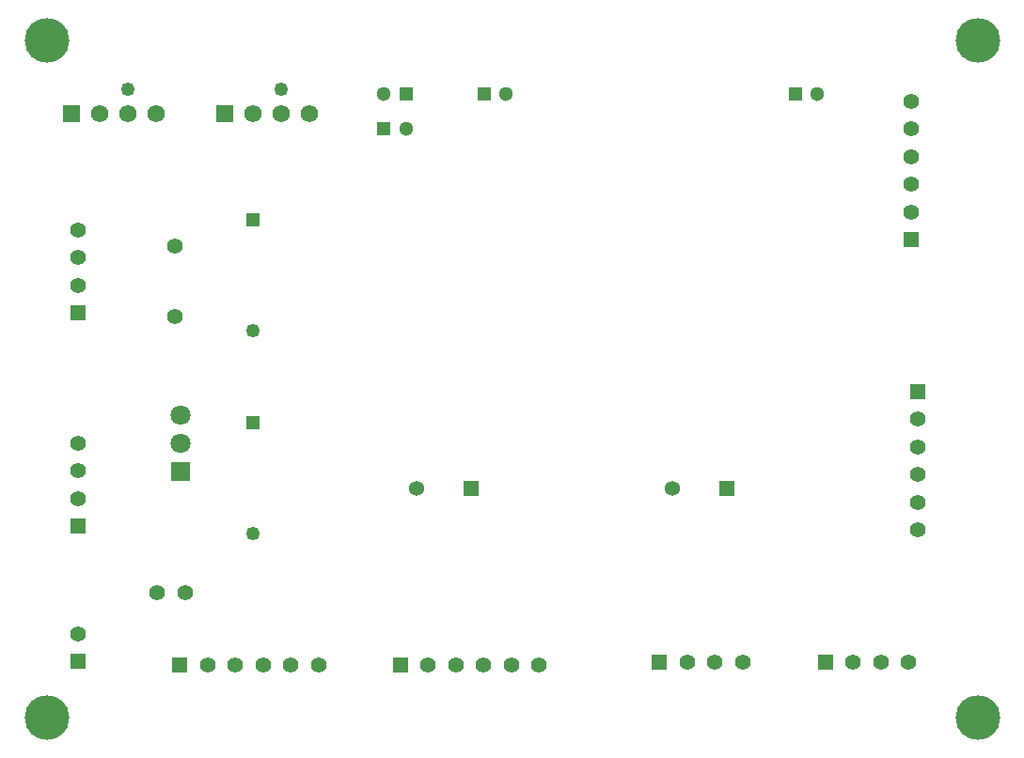
<source format=gbs>
G04*
G04 #@! TF.GenerationSoftware,Altium Limited,Altium Designer,22.1.2 (22)*
G04*
G04 Layer_Color=16711935*
%FSLAX25Y25*%
%MOIN*%
G70*
G04*
G04 #@! TF.SameCoordinates,E16E6B7E-0D5A-4F64-8BAA-C1CDB9B7C18E*
G04*
G04*
G04 #@! TF.FilePolarity,Negative*
G04*
G01*
G75*
%ADD21C,0.04921*%
%ADD22C,0.06181*%
%ADD23R,0.06181X0.06181*%
%ADD24R,0.05347X0.05347*%
%ADD25C,0.05347*%
%ADD26C,0.05512*%
%ADD27R,0.05512X0.05512*%
%ADD28C,0.05118*%
%ADD29R,0.05118X0.05118*%
%ADD30R,0.04921X0.04921*%
%ADD31C,0.05524*%
%ADD32R,0.05512X0.05512*%
%ADD33R,0.07099X0.07099*%
%ADD34C,0.07099*%
%ADD35C,0.15800*%
D21*
X38023Y231612D02*
D03*
X92306D02*
D03*
X82306Y145834D02*
D03*
Y73830D02*
D03*
D22*
X48023Y223108D02*
D03*
X38023D02*
D03*
X28023D02*
D03*
X102306D02*
D03*
X92306D02*
D03*
X82306D02*
D03*
D23*
X18023D02*
D03*
X72306D02*
D03*
D24*
X250411Y90108D02*
D03*
X159730D02*
D03*
D25*
X231199D02*
D03*
X140517D02*
D03*
D26*
X318168Y75250D02*
D03*
Y85092D02*
D03*
Y94935D02*
D03*
Y104777D02*
D03*
Y114620D02*
D03*
X315806Y227454D02*
D03*
Y217612D02*
D03*
Y207769D02*
D03*
Y197927D02*
D03*
Y188084D02*
D03*
X105755Y27344D02*
D03*
X95913D02*
D03*
X86070D02*
D03*
X76228D02*
D03*
X66385D02*
D03*
X20430Y38368D02*
D03*
X20577Y86330D02*
D03*
Y96173D02*
D03*
Y106015D02*
D03*
X183912Y27344D02*
D03*
X174069D02*
D03*
X164227D02*
D03*
X154384D02*
D03*
X144542D02*
D03*
X236337Y28230D02*
D03*
X246179D02*
D03*
X256022D02*
D03*
X295136D02*
D03*
X304979D02*
D03*
X314821D02*
D03*
X20577Y161988D02*
D03*
Y171830D02*
D03*
Y181673D02*
D03*
D27*
X318168Y124462D02*
D03*
X315806Y178242D02*
D03*
X20430Y28525D02*
D03*
X20577Y76488D02*
D03*
Y152145D02*
D03*
D28*
X136757Y217594D02*
D03*
X128883Y230108D02*
D03*
X282489D02*
D03*
X172243D02*
D03*
D29*
X128883Y217594D02*
D03*
X136757Y230108D02*
D03*
X274615D02*
D03*
X164369D02*
D03*
D30*
X82306Y185204D02*
D03*
Y113200D02*
D03*
D31*
X54806Y151108D02*
D03*
Y176108D02*
D03*
X48306Y53108D02*
D03*
X58306D02*
D03*
D32*
X56543Y27344D02*
D03*
X134699D02*
D03*
X226494Y28230D02*
D03*
X285294D02*
D03*
D33*
X56806Y96108D02*
D03*
D34*
Y106108D02*
D03*
Y116108D02*
D03*
D35*
X9306Y8608D02*
D03*
Y249108D02*
D03*
X339306Y8608D02*
D03*
Y249108D02*
D03*
M02*

</source>
